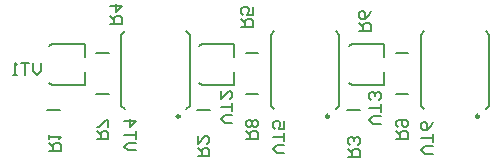
<source format=gbo>
G04*
G04 #@! TF.GenerationSoftware,Altium Limited,Altium Designer,20.2.7 (254)*
G04*
G04 Layer_Color=3381759*
%FSLAX44Y44*%
%MOMM*%
G71*
G04*
G04 #@! TF.SameCoordinates,755CDBE2-D8D4-478F-80D2-7ADFAB3A315B*
G04*
G04*
G04 #@! TF.FilePolarity,Positive*
G04*
G01*
G75*
%ADD10C,0.2000*%
%ADD26C,0.2500*%
D10*
X612000Y377500D02*
Y389000D01*
X584500Y377500D02*
X612000D01*
X582000Y379500D02*
X584500Y377500D01*
X582000Y410500D02*
X584500Y412500D01*
X612000D01*
Y401000D02*
Y412500D01*
X621750Y405000D02*
X632250D01*
X580750Y356000D02*
X591250D01*
X621750Y370000D02*
X632250D01*
X643000Y360000D02*
Y420000D01*
X646000Y423000D01*
X643000Y360000D02*
X646000Y357000D01*
X698000Y423000D02*
X701000Y420000D01*
X698000Y357000D02*
X701000Y360000D01*
Y420000D01*
X516000Y360000D02*
Y420000D01*
X519000Y423000D01*
X516000Y360000D02*
X519000Y357000D01*
X571000Y423000D02*
X574000Y420000D01*
X571000Y357000D02*
X574000Y360000D01*
Y420000D01*
X494750Y370000D02*
X505250D01*
X453750Y356000D02*
X464250D01*
X494750Y405000D02*
X505250D01*
X485000Y377500D02*
Y389000D01*
X457500Y377500D02*
X485000D01*
X455000Y379500D02*
X457500Y377500D01*
X455000Y410500D02*
X457500Y412500D01*
X485000D01*
Y401000D02*
Y412500D01*
X389500Y360000D02*
Y420000D01*
X392500Y423000D01*
X389500Y360000D02*
X392500Y357000D01*
X444500Y423000D02*
X447500Y420000D01*
X444500Y357000D02*
X447500Y360000D01*
Y420000D01*
X358500Y377500D02*
Y389000D01*
X331000Y377500D02*
X358500D01*
X328500Y379500D02*
X331000Y377500D01*
X328500Y410500D02*
X331000Y412500D01*
X358500D01*
Y401000D02*
Y412500D01*
X326750Y356000D02*
X337250D01*
X368250Y370000D02*
X378750D01*
X368250Y405000D02*
X378750D01*
X483498Y345671D02*
X476834D01*
X473502Y349003D01*
X476834Y352335D01*
X483498D01*
Y355668D02*
Y362332D01*
Y359000D01*
X473502D01*
Y372329D02*
Y365664D01*
X480166Y372329D01*
X481832D01*
X483498Y370663D01*
Y367331D01*
X481832Y365664D01*
X653498Y319171D02*
X646834D01*
X643502Y322503D01*
X646834Y325835D01*
X653498D01*
Y329168D02*
Y335832D01*
Y332500D01*
X643502D01*
X653498Y345829D02*
X651832Y342497D01*
X648500Y339165D01*
X645168D01*
X643502Y340831D01*
Y344163D01*
X645168Y345829D01*
X646834D01*
X648500Y344163D01*
Y339165D01*
X622002Y331669D02*
X631998D01*
Y336668D01*
X630332Y338334D01*
X627000D01*
X625334Y336668D01*
Y331669D01*
Y335002D02*
X622002Y338334D01*
X623668Y341666D02*
X622002Y343332D01*
Y346665D01*
X623668Y348331D01*
X630332D01*
X631998Y346665D01*
Y343332D01*
X630332Y341666D01*
X628666D01*
X627000Y343332D01*
Y348331D01*
X581502Y316669D02*
X591498D01*
Y321668D01*
X589832Y323334D01*
X586500D01*
X584834Y321668D01*
Y316669D01*
Y320002D02*
X581502Y323334D01*
X589832Y326666D02*
X591498Y328332D01*
Y331665D01*
X589832Y333331D01*
X588166D01*
X586500Y331665D01*
Y329998D01*
Y331665D01*
X584834Y333331D01*
X583168D01*
X581502Y331665D01*
Y328332D01*
X583168Y326666D01*
X591002Y423169D02*
X600998D01*
Y428168D01*
X599332Y429834D01*
X596000D01*
X594334Y428168D01*
Y423169D01*
Y426502D02*
X591002Y429834D01*
X600998Y439831D02*
X599332Y436498D01*
X596000Y433166D01*
X592668D01*
X591002Y434832D01*
Y438164D01*
X592668Y439831D01*
X594334D01*
X596000Y438164D01*
Y433166D01*
X608998Y344671D02*
X602334D01*
X599002Y348003D01*
X602334Y351335D01*
X608998D01*
Y354668D02*
Y361332D01*
Y358000D01*
X599002D01*
X607332Y364664D02*
X608998Y366331D01*
Y369663D01*
X607332Y371329D01*
X605666D01*
X604000Y369663D01*
Y367997D01*
Y369663D01*
X602334Y371329D01*
X600668D01*
X599002Y369663D01*
Y366331D01*
X600668Y364664D01*
X527498Y320171D02*
X520834D01*
X517502Y323503D01*
X520834Y326835D01*
X527498D01*
Y330168D02*
Y336832D01*
Y333500D01*
X517502D01*
X527498Y346829D02*
Y340164D01*
X522500D01*
X524166Y343497D01*
Y345163D01*
X522500Y346829D01*
X519168D01*
X517502Y345163D01*
Y341831D01*
X519168Y340164D01*
X495002Y331669D02*
X504999D01*
Y336668D01*
X503332Y338334D01*
X500000D01*
X498334Y336668D01*
Y331669D01*
Y335002D02*
X495002Y338334D01*
X503332Y341666D02*
X504999Y343332D01*
Y346665D01*
X503332Y348331D01*
X501666D01*
X500000Y346665D01*
X498334Y348331D01*
X496668D01*
X495002Y346665D01*
Y343332D01*
X496668Y341666D01*
X498334D01*
X500000Y343332D01*
X501666Y341666D01*
X503332D01*
X500000Y343332D02*
Y346665D01*
X454002Y317669D02*
X463998D01*
Y322668D01*
X462332Y324334D01*
X459000D01*
X457334Y322668D01*
Y317669D01*
Y321002D02*
X454002Y324334D01*
Y334331D02*
Y327666D01*
X460666Y334331D01*
X462332D01*
X463998Y332664D01*
Y329332D01*
X462332Y327666D01*
X490502Y426669D02*
X500498D01*
Y431668D01*
X498832Y433334D01*
X495500D01*
X493834Y431668D01*
Y426669D01*
Y430002D02*
X490502Y433334D01*
X500498Y443331D02*
Y436666D01*
X495500D01*
X497166Y439998D01*
Y441665D01*
X495500Y443331D01*
X492168D01*
X490502Y441665D01*
Y438332D01*
X492168Y436666D01*
X328502Y321836D02*
X338498D01*
Y326834D01*
X336832Y328500D01*
X333500D01*
X331834Y326834D01*
Y321836D01*
Y325168D02*
X328502Y328500D01*
Y331832D02*
Y335164D01*
Y333498D01*
X338498D01*
X336832Y331832D01*
X401998Y322171D02*
X395334D01*
X392002Y325503D01*
X395334Y328835D01*
X401998D01*
Y332168D02*
Y338832D01*
Y335500D01*
X392002D01*
Y347163D02*
X401998D01*
X397000Y342164D01*
Y348829D01*
X321163Y395998D02*
Y389334D01*
X317831Y386002D01*
X314498Y389334D01*
Y395998D01*
X311166D02*
X304502D01*
X307834D01*
Y386002D01*
X301169D02*
X297837D01*
X299503D01*
Y395998D01*
X301169Y394332D01*
X368502Y331669D02*
X378498D01*
Y336668D01*
X376832Y338334D01*
X373500D01*
X371834Y336668D01*
Y331669D01*
Y335002D02*
X368502Y338334D01*
X378498Y341666D02*
Y348331D01*
X376832D01*
X370168Y341666D01*
X368502D01*
X380002Y429169D02*
X389998D01*
Y434168D01*
X388332Y435834D01*
X385000D01*
X383334Y434168D01*
Y429169D01*
Y432502D02*
X380002Y435834D01*
Y444165D02*
X389998D01*
X385000Y439166D01*
Y445831D01*
D26*
X692300Y351000D02*
G03*
X692300Y351000I-1250J0D01*
G01*
X565300D02*
G03*
X565300Y351000I-1250J0D01*
G01*
X438800D02*
G03*
X438800Y351000I-1250J0D01*
G01*
M02*

</source>
